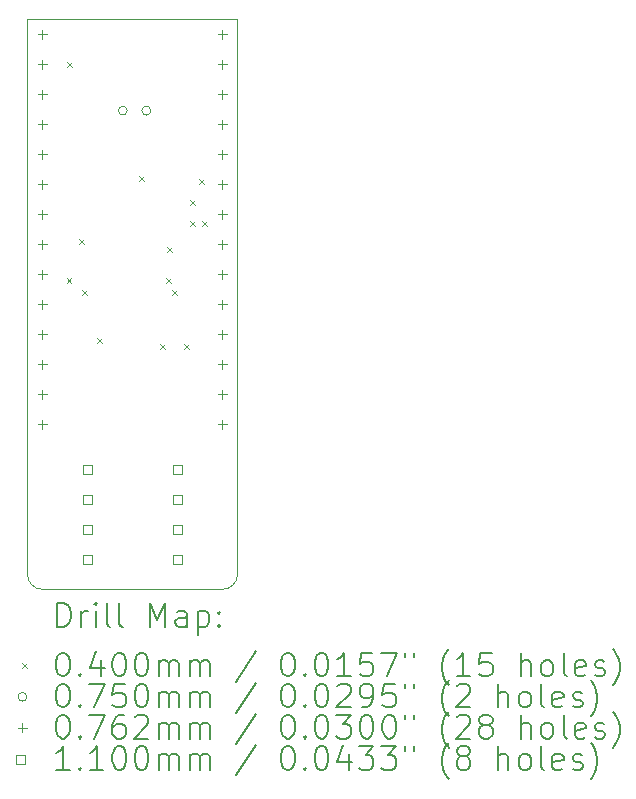
<source format=gbr>
%TF.GenerationSoftware,KiCad,Pcbnew,(6.0.7)*%
%TF.CreationDate,2022-08-02T21:04:02-07:00*%
%TF.ProjectId,Bike Flamingo for Itsy Bitsy 5V 16MHz_ USB Power Rev 1,42696b65-2046-46c6-916d-696e676f2066,rev?*%
%TF.SameCoordinates,Original*%
%TF.FileFunction,Drillmap*%
%TF.FilePolarity,Positive*%
%FSLAX45Y45*%
G04 Gerber Fmt 4.5, Leading zero omitted, Abs format (unit mm)*
G04 Created by KiCad (PCBNEW (6.0.7)) date 2022-08-02 21:04:02*
%MOMM*%
%LPD*%
G01*
G04 APERTURE LIST*
%ADD10C,0.100000*%
%ADD11C,0.200000*%
%ADD12C,0.040000*%
%ADD13C,0.075000*%
%ADD14C,0.076200*%
%ADD15C,0.110000*%
G04 APERTURE END LIST*
D10*
X13462000Y-8382000D02*
X13462000Y-13081000D01*
X13335000Y-13208000D02*
G75*
G03*
X13462000Y-13081000I0J127000D01*
G01*
X11811000Y-13208000D02*
X13335000Y-13208000D01*
X11684000Y-13081000D02*
G75*
G03*
X11811000Y-13208000I127000J0D01*
G01*
X11684000Y-13081000D02*
X11684000Y-8382000D01*
X11684000Y-8382000D02*
X13462000Y-8382000D01*
D11*
D12*
X12015850Y-10571800D02*
X12055850Y-10611800D01*
X12055850Y-10571800D02*
X12015850Y-10611800D01*
X12019600Y-8743000D02*
X12059600Y-8783000D01*
X12059600Y-8743000D02*
X12019600Y-8783000D01*
X12121200Y-10241600D02*
X12161200Y-10281600D01*
X12161200Y-10241600D02*
X12121200Y-10281600D01*
X12146600Y-10673400D02*
X12186600Y-10713400D01*
X12186600Y-10673400D02*
X12146600Y-10713400D01*
X12273600Y-11079800D02*
X12313600Y-11119800D01*
X12313600Y-11079800D02*
X12273600Y-11119800D01*
X12629200Y-9708200D02*
X12669200Y-9748200D01*
X12669200Y-9708200D02*
X12629200Y-9748200D01*
X12807000Y-11130600D02*
X12847000Y-11170600D01*
X12847000Y-11130600D02*
X12807000Y-11170600D01*
X12857800Y-10571800D02*
X12897800Y-10611800D01*
X12897800Y-10571800D02*
X12857800Y-10611800D01*
X12865454Y-10309811D02*
X12905454Y-10349811D01*
X12905454Y-10309811D02*
X12865454Y-10349811D01*
X12908600Y-10673400D02*
X12948600Y-10713400D01*
X12948600Y-10673400D02*
X12908600Y-10713400D01*
X13010200Y-11130600D02*
X13050200Y-11170600D01*
X13050200Y-11130600D02*
X13010200Y-11170600D01*
X13061000Y-9911400D02*
X13101000Y-9951400D01*
X13101000Y-9911400D02*
X13061000Y-9951400D01*
X13061000Y-10089200D02*
X13101000Y-10129200D01*
X13101000Y-10089200D02*
X13061000Y-10129200D01*
X13136770Y-9733170D02*
X13176770Y-9773170D01*
X13176770Y-9733170D02*
X13136770Y-9773170D01*
X13162600Y-10089200D02*
X13202600Y-10129200D01*
X13202600Y-10089200D02*
X13162600Y-10129200D01*
D13*
X12528100Y-9154600D02*
G75*
G03*
X12528100Y-9154600I-37500J0D01*
G01*
X12728100Y-9154600D02*
G75*
G03*
X12728100Y-9154600I-37500J0D01*
G01*
D14*
X11811000Y-8470900D02*
X11811000Y-8547100D01*
X11772900Y-8509000D02*
X11849100Y-8509000D01*
X11811000Y-8724900D02*
X11811000Y-8801100D01*
X11772900Y-8763000D02*
X11849100Y-8763000D01*
X11811000Y-8978900D02*
X11811000Y-9055100D01*
X11772900Y-9017000D02*
X11849100Y-9017000D01*
X11811000Y-9232900D02*
X11811000Y-9309100D01*
X11772900Y-9271000D02*
X11849100Y-9271000D01*
X11811000Y-9486900D02*
X11811000Y-9563100D01*
X11772900Y-9525000D02*
X11849100Y-9525000D01*
X11811000Y-9740900D02*
X11811000Y-9817100D01*
X11772900Y-9779000D02*
X11849100Y-9779000D01*
X11811000Y-9994900D02*
X11811000Y-10071100D01*
X11772900Y-10033000D02*
X11849100Y-10033000D01*
X11811000Y-10248900D02*
X11811000Y-10325100D01*
X11772900Y-10287000D02*
X11849100Y-10287000D01*
X11811000Y-10502900D02*
X11811000Y-10579100D01*
X11772900Y-10541000D02*
X11849100Y-10541000D01*
X11811000Y-10756900D02*
X11811000Y-10833100D01*
X11772900Y-10795000D02*
X11849100Y-10795000D01*
X11811000Y-11010900D02*
X11811000Y-11087100D01*
X11772900Y-11049000D02*
X11849100Y-11049000D01*
X11811000Y-11264900D02*
X11811000Y-11341100D01*
X11772900Y-11303000D02*
X11849100Y-11303000D01*
X11811000Y-11518900D02*
X11811000Y-11595100D01*
X11772900Y-11557000D02*
X11849100Y-11557000D01*
X11811000Y-11772900D02*
X11811000Y-11849100D01*
X11772900Y-11811000D02*
X11849100Y-11811000D01*
X13335000Y-8470900D02*
X13335000Y-8547100D01*
X13296900Y-8509000D02*
X13373100Y-8509000D01*
X13335000Y-8724900D02*
X13335000Y-8801100D01*
X13296900Y-8763000D02*
X13373100Y-8763000D01*
X13335000Y-8978900D02*
X13335000Y-9055100D01*
X13296900Y-9017000D02*
X13373100Y-9017000D01*
X13335000Y-9232900D02*
X13335000Y-9309100D01*
X13296900Y-9271000D02*
X13373100Y-9271000D01*
X13335000Y-9486900D02*
X13335000Y-9563100D01*
X13296900Y-9525000D02*
X13373100Y-9525000D01*
X13335000Y-9740900D02*
X13335000Y-9817100D01*
X13296900Y-9779000D02*
X13373100Y-9779000D01*
X13335000Y-9994900D02*
X13335000Y-10071100D01*
X13296900Y-10033000D02*
X13373100Y-10033000D01*
X13335000Y-10248900D02*
X13335000Y-10325100D01*
X13296900Y-10287000D02*
X13373100Y-10287000D01*
X13335000Y-10502900D02*
X13335000Y-10579100D01*
X13296900Y-10541000D02*
X13373100Y-10541000D01*
X13335000Y-10756900D02*
X13335000Y-10833100D01*
X13296900Y-10795000D02*
X13373100Y-10795000D01*
X13335000Y-11010900D02*
X13335000Y-11087100D01*
X13296900Y-11049000D02*
X13373100Y-11049000D01*
X13335000Y-11264900D02*
X13335000Y-11341100D01*
X13296900Y-11303000D02*
X13373100Y-11303000D01*
X13335000Y-11518900D02*
X13335000Y-11595100D01*
X13296900Y-11557000D02*
X13373100Y-11557000D01*
X13335000Y-11772900D02*
X13335000Y-11849100D01*
X13296900Y-11811000D02*
X13373100Y-11811000D01*
D15*
X12230891Y-12230891D02*
X12230891Y-12153109D01*
X12153109Y-12153109D01*
X12153109Y-12230891D01*
X12230891Y-12230891D01*
X12230891Y-12484891D02*
X12230891Y-12407109D01*
X12153109Y-12407109D01*
X12153109Y-12484891D01*
X12230891Y-12484891D01*
X12230891Y-12738891D02*
X12230891Y-12661109D01*
X12153109Y-12661109D01*
X12153109Y-12738891D01*
X12230891Y-12738891D01*
X12230891Y-12992891D02*
X12230891Y-12915109D01*
X12153109Y-12915109D01*
X12153109Y-12992891D01*
X12230891Y-12992891D01*
X12992891Y-12230391D02*
X12992891Y-12152609D01*
X12915109Y-12152609D01*
X12915109Y-12230391D01*
X12992891Y-12230391D01*
X12992891Y-12484391D02*
X12992891Y-12406609D01*
X12915109Y-12406609D01*
X12915109Y-12484391D01*
X12992891Y-12484391D01*
X12992891Y-12738391D02*
X12992891Y-12660609D01*
X12915109Y-12660609D01*
X12915109Y-12738391D01*
X12992891Y-12738391D01*
X12992891Y-12992391D02*
X12992891Y-12914609D01*
X12915109Y-12914609D01*
X12915109Y-12992391D01*
X12992891Y-12992391D01*
D11*
X11936619Y-13523476D02*
X11936619Y-13323476D01*
X11984238Y-13323476D01*
X12012809Y-13333000D01*
X12031857Y-13352048D01*
X12041381Y-13371095D01*
X12050905Y-13409190D01*
X12050905Y-13437762D01*
X12041381Y-13475857D01*
X12031857Y-13494905D01*
X12012809Y-13513952D01*
X11984238Y-13523476D01*
X11936619Y-13523476D01*
X12136619Y-13523476D02*
X12136619Y-13390143D01*
X12136619Y-13428238D02*
X12146143Y-13409190D01*
X12155667Y-13399667D01*
X12174714Y-13390143D01*
X12193762Y-13390143D01*
X12260428Y-13523476D02*
X12260428Y-13390143D01*
X12260428Y-13323476D02*
X12250905Y-13333000D01*
X12260428Y-13342524D01*
X12269952Y-13333000D01*
X12260428Y-13323476D01*
X12260428Y-13342524D01*
X12384238Y-13523476D02*
X12365190Y-13513952D01*
X12355667Y-13494905D01*
X12355667Y-13323476D01*
X12489000Y-13523476D02*
X12469952Y-13513952D01*
X12460428Y-13494905D01*
X12460428Y-13323476D01*
X12717571Y-13523476D02*
X12717571Y-13323476D01*
X12784238Y-13466333D01*
X12850905Y-13323476D01*
X12850905Y-13523476D01*
X13031857Y-13523476D02*
X13031857Y-13418714D01*
X13022333Y-13399667D01*
X13003286Y-13390143D01*
X12965190Y-13390143D01*
X12946143Y-13399667D01*
X13031857Y-13513952D02*
X13012809Y-13523476D01*
X12965190Y-13523476D01*
X12946143Y-13513952D01*
X12936619Y-13494905D01*
X12936619Y-13475857D01*
X12946143Y-13456809D01*
X12965190Y-13447286D01*
X13012809Y-13447286D01*
X13031857Y-13437762D01*
X13127095Y-13390143D02*
X13127095Y-13590143D01*
X13127095Y-13399667D02*
X13146143Y-13390143D01*
X13184238Y-13390143D01*
X13203286Y-13399667D01*
X13212809Y-13409190D01*
X13222333Y-13428238D01*
X13222333Y-13485381D01*
X13212809Y-13504428D01*
X13203286Y-13513952D01*
X13184238Y-13523476D01*
X13146143Y-13523476D01*
X13127095Y-13513952D01*
X13308048Y-13504428D02*
X13317571Y-13513952D01*
X13308048Y-13523476D01*
X13298524Y-13513952D01*
X13308048Y-13504428D01*
X13308048Y-13523476D01*
X13308048Y-13399667D02*
X13317571Y-13409190D01*
X13308048Y-13418714D01*
X13298524Y-13409190D01*
X13308048Y-13399667D01*
X13308048Y-13418714D01*
D12*
X11639000Y-13833000D02*
X11679000Y-13873000D01*
X11679000Y-13833000D02*
X11639000Y-13873000D01*
D11*
X11974714Y-13743476D02*
X11993762Y-13743476D01*
X12012809Y-13753000D01*
X12022333Y-13762524D01*
X12031857Y-13781571D01*
X12041381Y-13819667D01*
X12041381Y-13867286D01*
X12031857Y-13905381D01*
X12022333Y-13924428D01*
X12012809Y-13933952D01*
X11993762Y-13943476D01*
X11974714Y-13943476D01*
X11955667Y-13933952D01*
X11946143Y-13924428D01*
X11936619Y-13905381D01*
X11927095Y-13867286D01*
X11927095Y-13819667D01*
X11936619Y-13781571D01*
X11946143Y-13762524D01*
X11955667Y-13753000D01*
X11974714Y-13743476D01*
X12127095Y-13924428D02*
X12136619Y-13933952D01*
X12127095Y-13943476D01*
X12117571Y-13933952D01*
X12127095Y-13924428D01*
X12127095Y-13943476D01*
X12308048Y-13810143D02*
X12308048Y-13943476D01*
X12260428Y-13733952D02*
X12212809Y-13876809D01*
X12336619Y-13876809D01*
X12450905Y-13743476D02*
X12469952Y-13743476D01*
X12489000Y-13753000D01*
X12498524Y-13762524D01*
X12508048Y-13781571D01*
X12517571Y-13819667D01*
X12517571Y-13867286D01*
X12508048Y-13905381D01*
X12498524Y-13924428D01*
X12489000Y-13933952D01*
X12469952Y-13943476D01*
X12450905Y-13943476D01*
X12431857Y-13933952D01*
X12422333Y-13924428D01*
X12412809Y-13905381D01*
X12403286Y-13867286D01*
X12403286Y-13819667D01*
X12412809Y-13781571D01*
X12422333Y-13762524D01*
X12431857Y-13753000D01*
X12450905Y-13743476D01*
X12641381Y-13743476D02*
X12660428Y-13743476D01*
X12679476Y-13753000D01*
X12689000Y-13762524D01*
X12698524Y-13781571D01*
X12708048Y-13819667D01*
X12708048Y-13867286D01*
X12698524Y-13905381D01*
X12689000Y-13924428D01*
X12679476Y-13933952D01*
X12660428Y-13943476D01*
X12641381Y-13943476D01*
X12622333Y-13933952D01*
X12612809Y-13924428D01*
X12603286Y-13905381D01*
X12593762Y-13867286D01*
X12593762Y-13819667D01*
X12603286Y-13781571D01*
X12612809Y-13762524D01*
X12622333Y-13753000D01*
X12641381Y-13743476D01*
X12793762Y-13943476D02*
X12793762Y-13810143D01*
X12793762Y-13829190D02*
X12803286Y-13819667D01*
X12822333Y-13810143D01*
X12850905Y-13810143D01*
X12869952Y-13819667D01*
X12879476Y-13838714D01*
X12879476Y-13943476D01*
X12879476Y-13838714D02*
X12889000Y-13819667D01*
X12908048Y-13810143D01*
X12936619Y-13810143D01*
X12955667Y-13819667D01*
X12965190Y-13838714D01*
X12965190Y-13943476D01*
X13060428Y-13943476D02*
X13060428Y-13810143D01*
X13060428Y-13829190D02*
X13069952Y-13819667D01*
X13089000Y-13810143D01*
X13117571Y-13810143D01*
X13136619Y-13819667D01*
X13146143Y-13838714D01*
X13146143Y-13943476D01*
X13146143Y-13838714D02*
X13155667Y-13819667D01*
X13174714Y-13810143D01*
X13203286Y-13810143D01*
X13222333Y-13819667D01*
X13231857Y-13838714D01*
X13231857Y-13943476D01*
X13622333Y-13733952D02*
X13450905Y-13991095D01*
X13879476Y-13743476D02*
X13898524Y-13743476D01*
X13917571Y-13753000D01*
X13927095Y-13762524D01*
X13936619Y-13781571D01*
X13946143Y-13819667D01*
X13946143Y-13867286D01*
X13936619Y-13905381D01*
X13927095Y-13924428D01*
X13917571Y-13933952D01*
X13898524Y-13943476D01*
X13879476Y-13943476D01*
X13860428Y-13933952D01*
X13850905Y-13924428D01*
X13841381Y-13905381D01*
X13831857Y-13867286D01*
X13831857Y-13819667D01*
X13841381Y-13781571D01*
X13850905Y-13762524D01*
X13860428Y-13753000D01*
X13879476Y-13743476D01*
X14031857Y-13924428D02*
X14041381Y-13933952D01*
X14031857Y-13943476D01*
X14022333Y-13933952D01*
X14031857Y-13924428D01*
X14031857Y-13943476D01*
X14165190Y-13743476D02*
X14184238Y-13743476D01*
X14203286Y-13753000D01*
X14212809Y-13762524D01*
X14222333Y-13781571D01*
X14231857Y-13819667D01*
X14231857Y-13867286D01*
X14222333Y-13905381D01*
X14212809Y-13924428D01*
X14203286Y-13933952D01*
X14184238Y-13943476D01*
X14165190Y-13943476D01*
X14146143Y-13933952D01*
X14136619Y-13924428D01*
X14127095Y-13905381D01*
X14117571Y-13867286D01*
X14117571Y-13819667D01*
X14127095Y-13781571D01*
X14136619Y-13762524D01*
X14146143Y-13753000D01*
X14165190Y-13743476D01*
X14422333Y-13943476D02*
X14308048Y-13943476D01*
X14365190Y-13943476D02*
X14365190Y-13743476D01*
X14346143Y-13772048D01*
X14327095Y-13791095D01*
X14308048Y-13800619D01*
X14603286Y-13743476D02*
X14508048Y-13743476D01*
X14498524Y-13838714D01*
X14508048Y-13829190D01*
X14527095Y-13819667D01*
X14574714Y-13819667D01*
X14593762Y-13829190D01*
X14603286Y-13838714D01*
X14612809Y-13857762D01*
X14612809Y-13905381D01*
X14603286Y-13924428D01*
X14593762Y-13933952D01*
X14574714Y-13943476D01*
X14527095Y-13943476D01*
X14508048Y-13933952D01*
X14498524Y-13924428D01*
X14679476Y-13743476D02*
X14812809Y-13743476D01*
X14727095Y-13943476D01*
X14879476Y-13743476D02*
X14879476Y-13781571D01*
X14955667Y-13743476D02*
X14955667Y-13781571D01*
X15250905Y-14019667D02*
X15241381Y-14010143D01*
X15222333Y-13981571D01*
X15212809Y-13962524D01*
X15203286Y-13933952D01*
X15193762Y-13886333D01*
X15193762Y-13848238D01*
X15203286Y-13800619D01*
X15212809Y-13772048D01*
X15222333Y-13753000D01*
X15241381Y-13724428D01*
X15250905Y-13714905D01*
X15431857Y-13943476D02*
X15317571Y-13943476D01*
X15374714Y-13943476D02*
X15374714Y-13743476D01*
X15355667Y-13772048D01*
X15336619Y-13791095D01*
X15317571Y-13800619D01*
X15612809Y-13743476D02*
X15517571Y-13743476D01*
X15508048Y-13838714D01*
X15517571Y-13829190D01*
X15536619Y-13819667D01*
X15584238Y-13819667D01*
X15603286Y-13829190D01*
X15612809Y-13838714D01*
X15622333Y-13857762D01*
X15622333Y-13905381D01*
X15612809Y-13924428D01*
X15603286Y-13933952D01*
X15584238Y-13943476D01*
X15536619Y-13943476D01*
X15517571Y-13933952D01*
X15508048Y-13924428D01*
X15860428Y-13943476D02*
X15860428Y-13743476D01*
X15946143Y-13943476D02*
X15946143Y-13838714D01*
X15936619Y-13819667D01*
X15917571Y-13810143D01*
X15889000Y-13810143D01*
X15869952Y-13819667D01*
X15860428Y-13829190D01*
X16069952Y-13943476D02*
X16050905Y-13933952D01*
X16041381Y-13924428D01*
X16031857Y-13905381D01*
X16031857Y-13848238D01*
X16041381Y-13829190D01*
X16050905Y-13819667D01*
X16069952Y-13810143D01*
X16098524Y-13810143D01*
X16117571Y-13819667D01*
X16127095Y-13829190D01*
X16136619Y-13848238D01*
X16136619Y-13905381D01*
X16127095Y-13924428D01*
X16117571Y-13933952D01*
X16098524Y-13943476D01*
X16069952Y-13943476D01*
X16250905Y-13943476D02*
X16231857Y-13933952D01*
X16222333Y-13914905D01*
X16222333Y-13743476D01*
X16403286Y-13933952D02*
X16384238Y-13943476D01*
X16346143Y-13943476D01*
X16327095Y-13933952D01*
X16317571Y-13914905D01*
X16317571Y-13838714D01*
X16327095Y-13819667D01*
X16346143Y-13810143D01*
X16384238Y-13810143D01*
X16403286Y-13819667D01*
X16412809Y-13838714D01*
X16412809Y-13857762D01*
X16317571Y-13876809D01*
X16489000Y-13933952D02*
X16508048Y-13943476D01*
X16546143Y-13943476D01*
X16565190Y-13933952D01*
X16574714Y-13914905D01*
X16574714Y-13905381D01*
X16565190Y-13886333D01*
X16546143Y-13876809D01*
X16517571Y-13876809D01*
X16498524Y-13867286D01*
X16489000Y-13848238D01*
X16489000Y-13838714D01*
X16498524Y-13819667D01*
X16517571Y-13810143D01*
X16546143Y-13810143D01*
X16565190Y-13819667D01*
X16641381Y-14019667D02*
X16650905Y-14010143D01*
X16669952Y-13981571D01*
X16679476Y-13962524D01*
X16689000Y-13933952D01*
X16698524Y-13886333D01*
X16698524Y-13848238D01*
X16689000Y-13800619D01*
X16679476Y-13772048D01*
X16669952Y-13753000D01*
X16650905Y-13724428D01*
X16641381Y-13714905D01*
D13*
X11679000Y-14117000D02*
G75*
G03*
X11679000Y-14117000I-37500J0D01*
G01*
D11*
X11974714Y-14007476D02*
X11993762Y-14007476D01*
X12012809Y-14017000D01*
X12022333Y-14026524D01*
X12031857Y-14045571D01*
X12041381Y-14083667D01*
X12041381Y-14131286D01*
X12031857Y-14169381D01*
X12022333Y-14188428D01*
X12012809Y-14197952D01*
X11993762Y-14207476D01*
X11974714Y-14207476D01*
X11955667Y-14197952D01*
X11946143Y-14188428D01*
X11936619Y-14169381D01*
X11927095Y-14131286D01*
X11927095Y-14083667D01*
X11936619Y-14045571D01*
X11946143Y-14026524D01*
X11955667Y-14017000D01*
X11974714Y-14007476D01*
X12127095Y-14188428D02*
X12136619Y-14197952D01*
X12127095Y-14207476D01*
X12117571Y-14197952D01*
X12127095Y-14188428D01*
X12127095Y-14207476D01*
X12203286Y-14007476D02*
X12336619Y-14007476D01*
X12250905Y-14207476D01*
X12508048Y-14007476D02*
X12412809Y-14007476D01*
X12403286Y-14102714D01*
X12412809Y-14093190D01*
X12431857Y-14083667D01*
X12479476Y-14083667D01*
X12498524Y-14093190D01*
X12508048Y-14102714D01*
X12517571Y-14121762D01*
X12517571Y-14169381D01*
X12508048Y-14188428D01*
X12498524Y-14197952D01*
X12479476Y-14207476D01*
X12431857Y-14207476D01*
X12412809Y-14197952D01*
X12403286Y-14188428D01*
X12641381Y-14007476D02*
X12660428Y-14007476D01*
X12679476Y-14017000D01*
X12689000Y-14026524D01*
X12698524Y-14045571D01*
X12708048Y-14083667D01*
X12708048Y-14131286D01*
X12698524Y-14169381D01*
X12689000Y-14188428D01*
X12679476Y-14197952D01*
X12660428Y-14207476D01*
X12641381Y-14207476D01*
X12622333Y-14197952D01*
X12612809Y-14188428D01*
X12603286Y-14169381D01*
X12593762Y-14131286D01*
X12593762Y-14083667D01*
X12603286Y-14045571D01*
X12612809Y-14026524D01*
X12622333Y-14017000D01*
X12641381Y-14007476D01*
X12793762Y-14207476D02*
X12793762Y-14074143D01*
X12793762Y-14093190D02*
X12803286Y-14083667D01*
X12822333Y-14074143D01*
X12850905Y-14074143D01*
X12869952Y-14083667D01*
X12879476Y-14102714D01*
X12879476Y-14207476D01*
X12879476Y-14102714D02*
X12889000Y-14083667D01*
X12908048Y-14074143D01*
X12936619Y-14074143D01*
X12955667Y-14083667D01*
X12965190Y-14102714D01*
X12965190Y-14207476D01*
X13060428Y-14207476D02*
X13060428Y-14074143D01*
X13060428Y-14093190D02*
X13069952Y-14083667D01*
X13089000Y-14074143D01*
X13117571Y-14074143D01*
X13136619Y-14083667D01*
X13146143Y-14102714D01*
X13146143Y-14207476D01*
X13146143Y-14102714D02*
X13155667Y-14083667D01*
X13174714Y-14074143D01*
X13203286Y-14074143D01*
X13222333Y-14083667D01*
X13231857Y-14102714D01*
X13231857Y-14207476D01*
X13622333Y-13997952D02*
X13450905Y-14255095D01*
X13879476Y-14007476D02*
X13898524Y-14007476D01*
X13917571Y-14017000D01*
X13927095Y-14026524D01*
X13936619Y-14045571D01*
X13946143Y-14083667D01*
X13946143Y-14131286D01*
X13936619Y-14169381D01*
X13927095Y-14188428D01*
X13917571Y-14197952D01*
X13898524Y-14207476D01*
X13879476Y-14207476D01*
X13860428Y-14197952D01*
X13850905Y-14188428D01*
X13841381Y-14169381D01*
X13831857Y-14131286D01*
X13831857Y-14083667D01*
X13841381Y-14045571D01*
X13850905Y-14026524D01*
X13860428Y-14017000D01*
X13879476Y-14007476D01*
X14031857Y-14188428D02*
X14041381Y-14197952D01*
X14031857Y-14207476D01*
X14022333Y-14197952D01*
X14031857Y-14188428D01*
X14031857Y-14207476D01*
X14165190Y-14007476D02*
X14184238Y-14007476D01*
X14203286Y-14017000D01*
X14212809Y-14026524D01*
X14222333Y-14045571D01*
X14231857Y-14083667D01*
X14231857Y-14131286D01*
X14222333Y-14169381D01*
X14212809Y-14188428D01*
X14203286Y-14197952D01*
X14184238Y-14207476D01*
X14165190Y-14207476D01*
X14146143Y-14197952D01*
X14136619Y-14188428D01*
X14127095Y-14169381D01*
X14117571Y-14131286D01*
X14117571Y-14083667D01*
X14127095Y-14045571D01*
X14136619Y-14026524D01*
X14146143Y-14017000D01*
X14165190Y-14007476D01*
X14308048Y-14026524D02*
X14317571Y-14017000D01*
X14336619Y-14007476D01*
X14384238Y-14007476D01*
X14403286Y-14017000D01*
X14412809Y-14026524D01*
X14422333Y-14045571D01*
X14422333Y-14064619D01*
X14412809Y-14093190D01*
X14298524Y-14207476D01*
X14422333Y-14207476D01*
X14517571Y-14207476D02*
X14555667Y-14207476D01*
X14574714Y-14197952D01*
X14584238Y-14188428D01*
X14603286Y-14159857D01*
X14612809Y-14121762D01*
X14612809Y-14045571D01*
X14603286Y-14026524D01*
X14593762Y-14017000D01*
X14574714Y-14007476D01*
X14536619Y-14007476D01*
X14517571Y-14017000D01*
X14508048Y-14026524D01*
X14498524Y-14045571D01*
X14498524Y-14093190D01*
X14508048Y-14112238D01*
X14517571Y-14121762D01*
X14536619Y-14131286D01*
X14574714Y-14131286D01*
X14593762Y-14121762D01*
X14603286Y-14112238D01*
X14612809Y-14093190D01*
X14793762Y-14007476D02*
X14698524Y-14007476D01*
X14689000Y-14102714D01*
X14698524Y-14093190D01*
X14717571Y-14083667D01*
X14765190Y-14083667D01*
X14784238Y-14093190D01*
X14793762Y-14102714D01*
X14803286Y-14121762D01*
X14803286Y-14169381D01*
X14793762Y-14188428D01*
X14784238Y-14197952D01*
X14765190Y-14207476D01*
X14717571Y-14207476D01*
X14698524Y-14197952D01*
X14689000Y-14188428D01*
X14879476Y-14007476D02*
X14879476Y-14045571D01*
X14955667Y-14007476D02*
X14955667Y-14045571D01*
X15250905Y-14283667D02*
X15241381Y-14274143D01*
X15222333Y-14245571D01*
X15212809Y-14226524D01*
X15203286Y-14197952D01*
X15193762Y-14150333D01*
X15193762Y-14112238D01*
X15203286Y-14064619D01*
X15212809Y-14036048D01*
X15222333Y-14017000D01*
X15241381Y-13988428D01*
X15250905Y-13978905D01*
X15317571Y-14026524D02*
X15327095Y-14017000D01*
X15346143Y-14007476D01*
X15393762Y-14007476D01*
X15412809Y-14017000D01*
X15422333Y-14026524D01*
X15431857Y-14045571D01*
X15431857Y-14064619D01*
X15422333Y-14093190D01*
X15308048Y-14207476D01*
X15431857Y-14207476D01*
X15669952Y-14207476D02*
X15669952Y-14007476D01*
X15755667Y-14207476D02*
X15755667Y-14102714D01*
X15746143Y-14083667D01*
X15727095Y-14074143D01*
X15698524Y-14074143D01*
X15679476Y-14083667D01*
X15669952Y-14093190D01*
X15879476Y-14207476D02*
X15860428Y-14197952D01*
X15850905Y-14188428D01*
X15841381Y-14169381D01*
X15841381Y-14112238D01*
X15850905Y-14093190D01*
X15860428Y-14083667D01*
X15879476Y-14074143D01*
X15908048Y-14074143D01*
X15927095Y-14083667D01*
X15936619Y-14093190D01*
X15946143Y-14112238D01*
X15946143Y-14169381D01*
X15936619Y-14188428D01*
X15927095Y-14197952D01*
X15908048Y-14207476D01*
X15879476Y-14207476D01*
X16060428Y-14207476D02*
X16041381Y-14197952D01*
X16031857Y-14178905D01*
X16031857Y-14007476D01*
X16212809Y-14197952D02*
X16193762Y-14207476D01*
X16155667Y-14207476D01*
X16136619Y-14197952D01*
X16127095Y-14178905D01*
X16127095Y-14102714D01*
X16136619Y-14083667D01*
X16155667Y-14074143D01*
X16193762Y-14074143D01*
X16212809Y-14083667D01*
X16222333Y-14102714D01*
X16222333Y-14121762D01*
X16127095Y-14140809D01*
X16298524Y-14197952D02*
X16317571Y-14207476D01*
X16355667Y-14207476D01*
X16374714Y-14197952D01*
X16384238Y-14178905D01*
X16384238Y-14169381D01*
X16374714Y-14150333D01*
X16355667Y-14140809D01*
X16327095Y-14140809D01*
X16308048Y-14131286D01*
X16298524Y-14112238D01*
X16298524Y-14102714D01*
X16308048Y-14083667D01*
X16327095Y-14074143D01*
X16355667Y-14074143D01*
X16374714Y-14083667D01*
X16450905Y-14283667D02*
X16460428Y-14274143D01*
X16479476Y-14245571D01*
X16489000Y-14226524D01*
X16498524Y-14197952D01*
X16508048Y-14150333D01*
X16508048Y-14112238D01*
X16498524Y-14064619D01*
X16489000Y-14036048D01*
X16479476Y-14017000D01*
X16460428Y-13988428D01*
X16450905Y-13978905D01*
D14*
X11640900Y-14342900D02*
X11640900Y-14419100D01*
X11602800Y-14381000D02*
X11679000Y-14381000D01*
D11*
X11974714Y-14271476D02*
X11993762Y-14271476D01*
X12012809Y-14281000D01*
X12022333Y-14290524D01*
X12031857Y-14309571D01*
X12041381Y-14347667D01*
X12041381Y-14395286D01*
X12031857Y-14433381D01*
X12022333Y-14452428D01*
X12012809Y-14461952D01*
X11993762Y-14471476D01*
X11974714Y-14471476D01*
X11955667Y-14461952D01*
X11946143Y-14452428D01*
X11936619Y-14433381D01*
X11927095Y-14395286D01*
X11927095Y-14347667D01*
X11936619Y-14309571D01*
X11946143Y-14290524D01*
X11955667Y-14281000D01*
X11974714Y-14271476D01*
X12127095Y-14452428D02*
X12136619Y-14461952D01*
X12127095Y-14471476D01*
X12117571Y-14461952D01*
X12127095Y-14452428D01*
X12127095Y-14471476D01*
X12203286Y-14271476D02*
X12336619Y-14271476D01*
X12250905Y-14471476D01*
X12498524Y-14271476D02*
X12460428Y-14271476D01*
X12441381Y-14281000D01*
X12431857Y-14290524D01*
X12412809Y-14319095D01*
X12403286Y-14357190D01*
X12403286Y-14433381D01*
X12412809Y-14452428D01*
X12422333Y-14461952D01*
X12441381Y-14471476D01*
X12479476Y-14471476D01*
X12498524Y-14461952D01*
X12508048Y-14452428D01*
X12517571Y-14433381D01*
X12517571Y-14385762D01*
X12508048Y-14366714D01*
X12498524Y-14357190D01*
X12479476Y-14347667D01*
X12441381Y-14347667D01*
X12422333Y-14357190D01*
X12412809Y-14366714D01*
X12403286Y-14385762D01*
X12593762Y-14290524D02*
X12603286Y-14281000D01*
X12622333Y-14271476D01*
X12669952Y-14271476D01*
X12689000Y-14281000D01*
X12698524Y-14290524D01*
X12708048Y-14309571D01*
X12708048Y-14328619D01*
X12698524Y-14357190D01*
X12584238Y-14471476D01*
X12708048Y-14471476D01*
X12793762Y-14471476D02*
X12793762Y-14338143D01*
X12793762Y-14357190D02*
X12803286Y-14347667D01*
X12822333Y-14338143D01*
X12850905Y-14338143D01*
X12869952Y-14347667D01*
X12879476Y-14366714D01*
X12879476Y-14471476D01*
X12879476Y-14366714D02*
X12889000Y-14347667D01*
X12908048Y-14338143D01*
X12936619Y-14338143D01*
X12955667Y-14347667D01*
X12965190Y-14366714D01*
X12965190Y-14471476D01*
X13060428Y-14471476D02*
X13060428Y-14338143D01*
X13060428Y-14357190D02*
X13069952Y-14347667D01*
X13089000Y-14338143D01*
X13117571Y-14338143D01*
X13136619Y-14347667D01*
X13146143Y-14366714D01*
X13146143Y-14471476D01*
X13146143Y-14366714D02*
X13155667Y-14347667D01*
X13174714Y-14338143D01*
X13203286Y-14338143D01*
X13222333Y-14347667D01*
X13231857Y-14366714D01*
X13231857Y-14471476D01*
X13622333Y-14261952D02*
X13450905Y-14519095D01*
X13879476Y-14271476D02*
X13898524Y-14271476D01*
X13917571Y-14281000D01*
X13927095Y-14290524D01*
X13936619Y-14309571D01*
X13946143Y-14347667D01*
X13946143Y-14395286D01*
X13936619Y-14433381D01*
X13927095Y-14452428D01*
X13917571Y-14461952D01*
X13898524Y-14471476D01*
X13879476Y-14471476D01*
X13860428Y-14461952D01*
X13850905Y-14452428D01*
X13841381Y-14433381D01*
X13831857Y-14395286D01*
X13831857Y-14347667D01*
X13841381Y-14309571D01*
X13850905Y-14290524D01*
X13860428Y-14281000D01*
X13879476Y-14271476D01*
X14031857Y-14452428D02*
X14041381Y-14461952D01*
X14031857Y-14471476D01*
X14022333Y-14461952D01*
X14031857Y-14452428D01*
X14031857Y-14471476D01*
X14165190Y-14271476D02*
X14184238Y-14271476D01*
X14203286Y-14281000D01*
X14212809Y-14290524D01*
X14222333Y-14309571D01*
X14231857Y-14347667D01*
X14231857Y-14395286D01*
X14222333Y-14433381D01*
X14212809Y-14452428D01*
X14203286Y-14461952D01*
X14184238Y-14471476D01*
X14165190Y-14471476D01*
X14146143Y-14461952D01*
X14136619Y-14452428D01*
X14127095Y-14433381D01*
X14117571Y-14395286D01*
X14117571Y-14347667D01*
X14127095Y-14309571D01*
X14136619Y-14290524D01*
X14146143Y-14281000D01*
X14165190Y-14271476D01*
X14298524Y-14271476D02*
X14422333Y-14271476D01*
X14355667Y-14347667D01*
X14384238Y-14347667D01*
X14403286Y-14357190D01*
X14412809Y-14366714D01*
X14422333Y-14385762D01*
X14422333Y-14433381D01*
X14412809Y-14452428D01*
X14403286Y-14461952D01*
X14384238Y-14471476D01*
X14327095Y-14471476D01*
X14308048Y-14461952D01*
X14298524Y-14452428D01*
X14546143Y-14271476D02*
X14565190Y-14271476D01*
X14584238Y-14281000D01*
X14593762Y-14290524D01*
X14603286Y-14309571D01*
X14612809Y-14347667D01*
X14612809Y-14395286D01*
X14603286Y-14433381D01*
X14593762Y-14452428D01*
X14584238Y-14461952D01*
X14565190Y-14471476D01*
X14546143Y-14471476D01*
X14527095Y-14461952D01*
X14517571Y-14452428D01*
X14508048Y-14433381D01*
X14498524Y-14395286D01*
X14498524Y-14347667D01*
X14508048Y-14309571D01*
X14517571Y-14290524D01*
X14527095Y-14281000D01*
X14546143Y-14271476D01*
X14736619Y-14271476D02*
X14755667Y-14271476D01*
X14774714Y-14281000D01*
X14784238Y-14290524D01*
X14793762Y-14309571D01*
X14803286Y-14347667D01*
X14803286Y-14395286D01*
X14793762Y-14433381D01*
X14784238Y-14452428D01*
X14774714Y-14461952D01*
X14755667Y-14471476D01*
X14736619Y-14471476D01*
X14717571Y-14461952D01*
X14708048Y-14452428D01*
X14698524Y-14433381D01*
X14689000Y-14395286D01*
X14689000Y-14347667D01*
X14698524Y-14309571D01*
X14708048Y-14290524D01*
X14717571Y-14281000D01*
X14736619Y-14271476D01*
X14879476Y-14271476D02*
X14879476Y-14309571D01*
X14955667Y-14271476D02*
X14955667Y-14309571D01*
X15250905Y-14547667D02*
X15241381Y-14538143D01*
X15222333Y-14509571D01*
X15212809Y-14490524D01*
X15203286Y-14461952D01*
X15193762Y-14414333D01*
X15193762Y-14376238D01*
X15203286Y-14328619D01*
X15212809Y-14300048D01*
X15222333Y-14281000D01*
X15241381Y-14252428D01*
X15250905Y-14242905D01*
X15317571Y-14290524D02*
X15327095Y-14281000D01*
X15346143Y-14271476D01*
X15393762Y-14271476D01*
X15412809Y-14281000D01*
X15422333Y-14290524D01*
X15431857Y-14309571D01*
X15431857Y-14328619D01*
X15422333Y-14357190D01*
X15308048Y-14471476D01*
X15431857Y-14471476D01*
X15546143Y-14357190D02*
X15527095Y-14347667D01*
X15517571Y-14338143D01*
X15508048Y-14319095D01*
X15508048Y-14309571D01*
X15517571Y-14290524D01*
X15527095Y-14281000D01*
X15546143Y-14271476D01*
X15584238Y-14271476D01*
X15603286Y-14281000D01*
X15612809Y-14290524D01*
X15622333Y-14309571D01*
X15622333Y-14319095D01*
X15612809Y-14338143D01*
X15603286Y-14347667D01*
X15584238Y-14357190D01*
X15546143Y-14357190D01*
X15527095Y-14366714D01*
X15517571Y-14376238D01*
X15508048Y-14395286D01*
X15508048Y-14433381D01*
X15517571Y-14452428D01*
X15527095Y-14461952D01*
X15546143Y-14471476D01*
X15584238Y-14471476D01*
X15603286Y-14461952D01*
X15612809Y-14452428D01*
X15622333Y-14433381D01*
X15622333Y-14395286D01*
X15612809Y-14376238D01*
X15603286Y-14366714D01*
X15584238Y-14357190D01*
X15860428Y-14471476D02*
X15860428Y-14271476D01*
X15946143Y-14471476D02*
X15946143Y-14366714D01*
X15936619Y-14347667D01*
X15917571Y-14338143D01*
X15889000Y-14338143D01*
X15869952Y-14347667D01*
X15860428Y-14357190D01*
X16069952Y-14471476D02*
X16050905Y-14461952D01*
X16041381Y-14452428D01*
X16031857Y-14433381D01*
X16031857Y-14376238D01*
X16041381Y-14357190D01*
X16050905Y-14347667D01*
X16069952Y-14338143D01*
X16098524Y-14338143D01*
X16117571Y-14347667D01*
X16127095Y-14357190D01*
X16136619Y-14376238D01*
X16136619Y-14433381D01*
X16127095Y-14452428D01*
X16117571Y-14461952D01*
X16098524Y-14471476D01*
X16069952Y-14471476D01*
X16250905Y-14471476D02*
X16231857Y-14461952D01*
X16222333Y-14442905D01*
X16222333Y-14271476D01*
X16403286Y-14461952D02*
X16384238Y-14471476D01*
X16346143Y-14471476D01*
X16327095Y-14461952D01*
X16317571Y-14442905D01*
X16317571Y-14366714D01*
X16327095Y-14347667D01*
X16346143Y-14338143D01*
X16384238Y-14338143D01*
X16403286Y-14347667D01*
X16412809Y-14366714D01*
X16412809Y-14385762D01*
X16317571Y-14404809D01*
X16489000Y-14461952D02*
X16508048Y-14471476D01*
X16546143Y-14471476D01*
X16565190Y-14461952D01*
X16574714Y-14442905D01*
X16574714Y-14433381D01*
X16565190Y-14414333D01*
X16546143Y-14404809D01*
X16517571Y-14404809D01*
X16498524Y-14395286D01*
X16489000Y-14376238D01*
X16489000Y-14366714D01*
X16498524Y-14347667D01*
X16517571Y-14338143D01*
X16546143Y-14338143D01*
X16565190Y-14347667D01*
X16641381Y-14547667D02*
X16650905Y-14538143D01*
X16669952Y-14509571D01*
X16679476Y-14490524D01*
X16689000Y-14461952D01*
X16698524Y-14414333D01*
X16698524Y-14376238D01*
X16689000Y-14328619D01*
X16679476Y-14300048D01*
X16669952Y-14281000D01*
X16650905Y-14252428D01*
X16641381Y-14242905D01*
D15*
X11662891Y-14683891D02*
X11662891Y-14606109D01*
X11585109Y-14606109D01*
X11585109Y-14683891D01*
X11662891Y-14683891D01*
D11*
X12041381Y-14735476D02*
X11927095Y-14735476D01*
X11984238Y-14735476D02*
X11984238Y-14535476D01*
X11965190Y-14564048D01*
X11946143Y-14583095D01*
X11927095Y-14592619D01*
X12127095Y-14716428D02*
X12136619Y-14725952D01*
X12127095Y-14735476D01*
X12117571Y-14725952D01*
X12127095Y-14716428D01*
X12127095Y-14735476D01*
X12327095Y-14735476D02*
X12212809Y-14735476D01*
X12269952Y-14735476D02*
X12269952Y-14535476D01*
X12250905Y-14564048D01*
X12231857Y-14583095D01*
X12212809Y-14592619D01*
X12450905Y-14535476D02*
X12469952Y-14535476D01*
X12489000Y-14545000D01*
X12498524Y-14554524D01*
X12508048Y-14573571D01*
X12517571Y-14611667D01*
X12517571Y-14659286D01*
X12508048Y-14697381D01*
X12498524Y-14716428D01*
X12489000Y-14725952D01*
X12469952Y-14735476D01*
X12450905Y-14735476D01*
X12431857Y-14725952D01*
X12422333Y-14716428D01*
X12412809Y-14697381D01*
X12403286Y-14659286D01*
X12403286Y-14611667D01*
X12412809Y-14573571D01*
X12422333Y-14554524D01*
X12431857Y-14545000D01*
X12450905Y-14535476D01*
X12641381Y-14535476D02*
X12660428Y-14535476D01*
X12679476Y-14545000D01*
X12689000Y-14554524D01*
X12698524Y-14573571D01*
X12708048Y-14611667D01*
X12708048Y-14659286D01*
X12698524Y-14697381D01*
X12689000Y-14716428D01*
X12679476Y-14725952D01*
X12660428Y-14735476D01*
X12641381Y-14735476D01*
X12622333Y-14725952D01*
X12612809Y-14716428D01*
X12603286Y-14697381D01*
X12593762Y-14659286D01*
X12593762Y-14611667D01*
X12603286Y-14573571D01*
X12612809Y-14554524D01*
X12622333Y-14545000D01*
X12641381Y-14535476D01*
X12793762Y-14735476D02*
X12793762Y-14602143D01*
X12793762Y-14621190D02*
X12803286Y-14611667D01*
X12822333Y-14602143D01*
X12850905Y-14602143D01*
X12869952Y-14611667D01*
X12879476Y-14630714D01*
X12879476Y-14735476D01*
X12879476Y-14630714D02*
X12889000Y-14611667D01*
X12908048Y-14602143D01*
X12936619Y-14602143D01*
X12955667Y-14611667D01*
X12965190Y-14630714D01*
X12965190Y-14735476D01*
X13060428Y-14735476D02*
X13060428Y-14602143D01*
X13060428Y-14621190D02*
X13069952Y-14611667D01*
X13089000Y-14602143D01*
X13117571Y-14602143D01*
X13136619Y-14611667D01*
X13146143Y-14630714D01*
X13146143Y-14735476D01*
X13146143Y-14630714D02*
X13155667Y-14611667D01*
X13174714Y-14602143D01*
X13203286Y-14602143D01*
X13222333Y-14611667D01*
X13231857Y-14630714D01*
X13231857Y-14735476D01*
X13622333Y-14525952D02*
X13450905Y-14783095D01*
X13879476Y-14535476D02*
X13898524Y-14535476D01*
X13917571Y-14545000D01*
X13927095Y-14554524D01*
X13936619Y-14573571D01*
X13946143Y-14611667D01*
X13946143Y-14659286D01*
X13936619Y-14697381D01*
X13927095Y-14716428D01*
X13917571Y-14725952D01*
X13898524Y-14735476D01*
X13879476Y-14735476D01*
X13860428Y-14725952D01*
X13850905Y-14716428D01*
X13841381Y-14697381D01*
X13831857Y-14659286D01*
X13831857Y-14611667D01*
X13841381Y-14573571D01*
X13850905Y-14554524D01*
X13860428Y-14545000D01*
X13879476Y-14535476D01*
X14031857Y-14716428D02*
X14041381Y-14725952D01*
X14031857Y-14735476D01*
X14022333Y-14725952D01*
X14031857Y-14716428D01*
X14031857Y-14735476D01*
X14165190Y-14535476D02*
X14184238Y-14535476D01*
X14203286Y-14545000D01*
X14212809Y-14554524D01*
X14222333Y-14573571D01*
X14231857Y-14611667D01*
X14231857Y-14659286D01*
X14222333Y-14697381D01*
X14212809Y-14716428D01*
X14203286Y-14725952D01*
X14184238Y-14735476D01*
X14165190Y-14735476D01*
X14146143Y-14725952D01*
X14136619Y-14716428D01*
X14127095Y-14697381D01*
X14117571Y-14659286D01*
X14117571Y-14611667D01*
X14127095Y-14573571D01*
X14136619Y-14554524D01*
X14146143Y-14545000D01*
X14165190Y-14535476D01*
X14403286Y-14602143D02*
X14403286Y-14735476D01*
X14355667Y-14525952D02*
X14308048Y-14668809D01*
X14431857Y-14668809D01*
X14489000Y-14535476D02*
X14612809Y-14535476D01*
X14546143Y-14611667D01*
X14574714Y-14611667D01*
X14593762Y-14621190D01*
X14603286Y-14630714D01*
X14612809Y-14649762D01*
X14612809Y-14697381D01*
X14603286Y-14716428D01*
X14593762Y-14725952D01*
X14574714Y-14735476D01*
X14517571Y-14735476D01*
X14498524Y-14725952D01*
X14489000Y-14716428D01*
X14679476Y-14535476D02*
X14803286Y-14535476D01*
X14736619Y-14611667D01*
X14765190Y-14611667D01*
X14784238Y-14621190D01*
X14793762Y-14630714D01*
X14803286Y-14649762D01*
X14803286Y-14697381D01*
X14793762Y-14716428D01*
X14784238Y-14725952D01*
X14765190Y-14735476D01*
X14708048Y-14735476D01*
X14689000Y-14725952D01*
X14679476Y-14716428D01*
X14879476Y-14535476D02*
X14879476Y-14573571D01*
X14955667Y-14535476D02*
X14955667Y-14573571D01*
X15250905Y-14811667D02*
X15241381Y-14802143D01*
X15222333Y-14773571D01*
X15212809Y-14754524D01*
X15203286Y-14725952D01*
X15193762Y-14678333D01*
X15193762Y-14640238D01*
X15203286Y-14592619D01*
X15212809Y-14564048D01*
X15222333Y-14545000D01*
X15241381Y-14516428D01*
X15250905Y-14506905D01*
X15355667Y-14621190D02*
X15336619Y-14611667D01*
X15327095Y-14602143D01*
X15317571Y-14583095D01*
X15317571Y-14573571D01*
X15327095Y-14554524D01*
X15336619Y-14545000D01*
X15355667Y-14535476D01*
X15393762Y-14535476D01*
X15412809Y-14545000D01*
X15422333Y-14554524D01*
X15431857Y-14573571D01*
X15431857Y-14583095D01*
X15422333Y-14602143D01*
X15412809Y-14611667D01*
X15393762Y-14621190D01*
X15355667Y-14621190D01*
X15336619Y-14630714D01*
X15327095Y-14640238D01*
X15317571Y-14659286D01*
X15317571Y-14697381D01*
X15327095Y-14716428D01*
X15336619Y-14725952D01*
X15355667Y-14735476D01*
X15393762Y-14735476D01*
X15412809Y-14725952D01*
X15422333Y-14716428D01*
X15431857Y-14697381D01*
X15431857Y-14659286D01*
X15422333Y-14640238D01*
X15412809Y-14630714D01*
X15393762Y-14621190D01*
X15669952Y-14735476D02*
X15669952Y-14535476D01*
X15755667Y-14735476D02*
X15755667Y-14630714D01*
X15746143Y-14611667D01*
X15727095Y-14602143D01*
X15698524Y-14602143D01*
X15679476Y-14611667D01*
X15669952Y-14621190D01*
X15879476Y-14735476D02*
X15860428Y-14725952D01*
X15850905Y-14716428D01*
X15841381Y-14697381D01*
X15841381Y-14640238D01*
X15850905Y-14621190D01*
X15860428Y-14611667D01*
X15879476Y-14602143D01*
X15908048Y-14602143D01*
X15927095Y-14611667D01*
X15936619Y-14621190D01*
X15946143Y-14640238D01*
X15946143Y-14697381D01*
X15936619Y-14716428D01*
X15927095Y-14725952D01*
X15908048Y-14735476D01*
X15879476Y-14735476D01*
X16060428Y-14735476D02*
X16041381Y-14725952D01*
X16031857Y-14706905D01*
X16031857Y-14535476D01*
X16212809Y-14725952D02*
X16193762Y-14735476D01*
X16155667Y-14735476D01*
X16136619Y-14725952D01*
X16127095Y-14706905D01*
X16127095Y-14630714D01*
X16136619Y-14611667D01*
X16155667Y-14602143D01*
X16193762Y-14602143D01*
X16212809Y-14611667D01*
X16222333Y-14630714D01*
X16222333Y-14649762D01*
X16127095Y-14668809D01*
X16298524Y-14725952D02*
X16317571Y-14735476D01*
X16355667Y-14735476D01*
X16374714Y-14725952D01*
X16384238Y-14706905D01*
X16384238Y-14697381D01*
X16374714Y-14678333D01*
X16355667Y-14668809D01*
X16327095Y-14668809D01*
X16308048Y-14659286D01*
X16298524Y-14640238D01*
X16298524Y-14630714D01*
X16308048Y-14611667D01*
X16327095Y-14602143D01*
X16355667Y-14602143D01*
X16374714Y-14611667D01*
X16450905Y-14811667D02*
X16460428Y-14802143D01*
X16479476Y-14773571D01*
X16489000Y-14754524D01*
X16498524Y-14725952D01*
X16508048Y-14678333D01*
X16508048Y-14640238D01*
X16498524Y-14592619D01*
X16489000Y-14564048D01*
X16479476Y-14545000D01*
X16460428Y-14516428D01*
X16450905Y-14506905D01*
M02*

</source>
